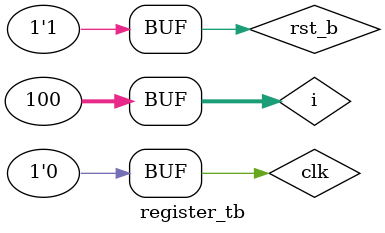
<source format=v>
module register(input d, input ld, input clk, input rst_b, output reg q);
  always@(posedge clk,negedge rst_b)begin
    if(!rst_b)begin
      q<=0;
    end 
    else if (ld) begin
      q<=d;
    end
  end
endmodule

module register_tb();
  reg d;
  reg ld;
  reg clk;
  reg rst_b;
  wire q;
  register CUT(.d(d),.ld(ld),.clk(clk),.rst_b(rst_b),.q(q));
  
  initial begin
    clk = 0;
    rst_b = 0;
  end
  
  integer i;
  initial begin
    for(i = 0; i < 100; i = i + 1) begin
      #50 clk = ~clk;
    end
  end
  
  initial begin
    #25 rst_b = 1;  
  end
endmodule
</source>
